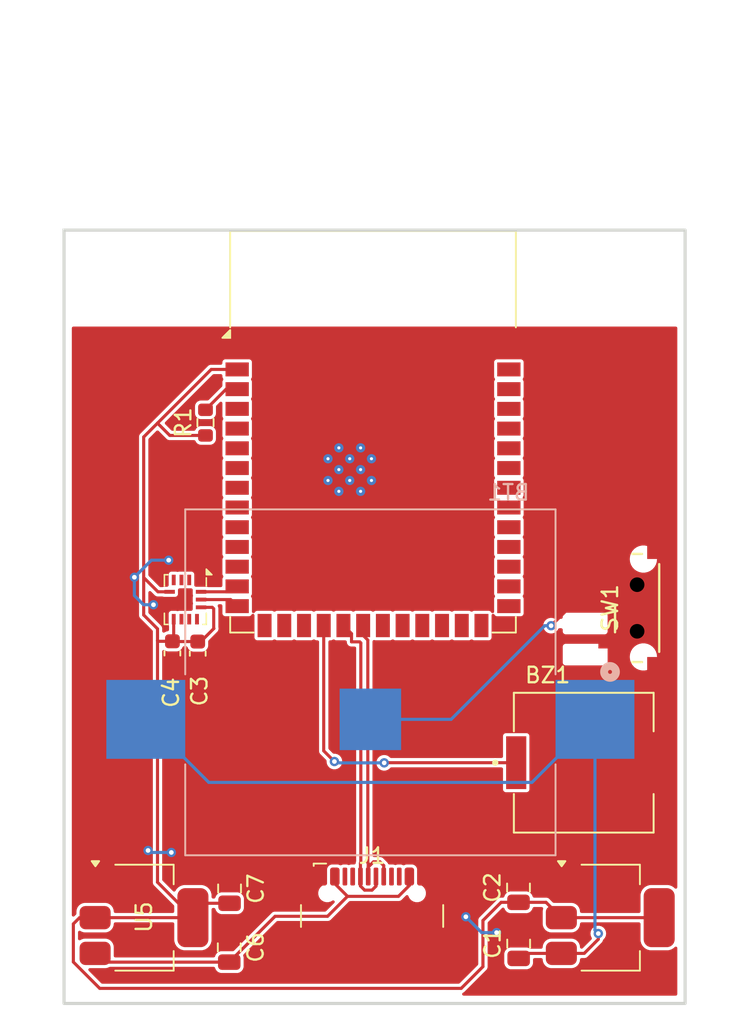
<source format=kicad_pcb>
(kicad_pcb (version 20240108) (generator "pcbnew") (generator_version "8.0")
  (layers (0 "F.Cu" signal) (31 "B.Cu" signal) (34 "B.Paste" user) (35 "F.Paste" user) (36 "B.SilkS" user "B.Silkscreen") (37 "F.SilkS" user "F.Silkscreen") (38 "B.Mask" user) (39 "F.Mask" user) (44 "Edge.Cuts" user))
  (net 0 "")
  (net 1 "Net-(BT1-+)")
  (net 2 "GND")
  (net 3 "/BZR")
  (net 4 "+3V3")
  (net 5 "Net-(U1-EN)")
  (net 6 "Net-(U5-VI)")
  (net 7 "/D-")
  (net 8 "Net-(BT1--)")
  (net 9 "/D+")
  (net 15 "/SCL")
  (net 19 "/SDA")
  (footprint "Uni:SPKR_PKMCS0909E4000-R1" (layer "F.Cu") (at 218.5625 94.3)
    (property "Reference" "BZ1" (at -2.325 -5.635 0) (layer "F.SilkS"))
    (property "Value" "Buzzer")
    (fp_line (start -4.5 -4.5) (end 4.5 -4.5) (stroke (width 0.127)) (layer "F.SilkS"))
    (fp_line (start -4.5 -2.02) (end -4.5 -4.5) (stroke (width 0.127)) (layer "F.SilkS"))
    (fp_line (start -4.5 4.5) (end -4.5 2.02) (stroke (width 0.127)) (layer "F.SilkS"))
    (fp_line (start 4.5 -4.5) (end 4.5 -2.02) (stroke (width 0.127)) (layer "F.SilkS"))
    (fp_line (start 4.5 2.02) (end 4.5 4.5) (stroke (width 0.127)) (layer "F.SilkS"))
    (fp_line (start 4.5 4.5) (end -4.5 4.5) (stroke (width 0.127)) (layer "F.SilkS"))
    (fp_circle (center -5.7 0) (end -5.6 0) (stroke (width 0.2)) (fill none) (layer "F.SilkS"))
    (pad "1" smd rect (at -4.35 0) (size 1.3 3.4) (layers "F.Cu" "F.Paste" "F.Mask") (net 3 "/BZR"))
    (pad "2" smd rect (at 4.35 0) (size 1.3 3.4) (layers "F.Cu" "F.Paste" "F.Mask") (net 2 "GND"))
  )
  (footprint "RF_Module:ESP32-S3-WROOM-1" (layer "F.Cu") (at 204.99 72.97)
    (property "Reference" "U1" (hide yes))
    (property "Value" "ESP32-S3-WROOM-1")
    (fp_line (start -9.2 -12.9) (end -9.2 -6.7) (stroke (width 0.12)) (layer "F.SilkS"))
    (fp_line (start -9.2 -12.9) (end 9.2 -12.9) (stroke (width 0.12)) (layer "F.SilkS"))
    (fp_line (start -9.2 11.95) (end -9.2 12.95) (stroke (width 0.12)) (layer "F.SilkS"))
    (fp_line (start -9.2 12.95) (end -7.7 12.95) (stroke (width 0.12)) (layer "F.SilkS"))
    (fp_line (start 9.2 -12.9) (end 9.2 -6.7) (stroke (width 0.12)) (layer "F.SilkS"))
    (fp_line (start 9.2 12.95) (end 7.7 12.95) (stroke (width 0.12)) (layer "F.SilkS"))
    (fp_line (start 9.2 12.95) (end 9.2 11.95) (stroke (width 0.12)) (layer "F.SilkS"))
    (fp_poly (pts (xy -9.2 -6.025) (xy -9.7 -6.025) (xy -9.2 -6.525) (xy -9.2 -6.025)) (stroke (width 0.12)) (fill solid) (layer "F.SilkS"))
    (pad "1" smd rect (at -8.75 -5.26) (size 1.5 0.9) (layers "F.Cu" "F.Paste" "F.Mask") (net 2 "GND"))
    (pad "2" smd rect (at -8.75 -3.99) (size 1.5 0.9) (layers "F.Cu" "F.Paste" "F.Mask") (net 4 "+3V3"))
    (pad "3" smd rect (at -8.75 -2.72) (size 1.5 0.9) (layers "F.Cu" "F.Paste" "F.Mask") (net 5 "Net-(U1-EN)"))
    (pad "4" smd rect (at -8.75 -1.45) (size 1.5 0.9) (layers "F.Cu" "F.Paste" "F.Mask"))
    (pad "5" smd rect (at -8.75 -0.18) (size 1.5 0.9) (layers "F.Cu" "F.Paste" "F.Mask"))
    (pad "6" smd rect (at -8.75 1.09) (size 1.5 0.9) (layers "F.Cu" "F.Paste" "F.Mask"))
    (pad "7" smd rect (at -8.75 2.36) (size 1.5 0.9) (layers "F.Cu" "F.Paste" "F.Mask"))
    (pad "8" smd rect (at -8.75 3.63) (size 1.5 0.9) (layers "F.Cu" "F.Paste" "F.Mask"))
    (pad "9" smd rect (at -8.75 4.9) (size 1.5 0.9) (layers "F.Cu" "F.Paste" "F.Mask"))
    (pad "10" smd rect (at -8.75 6.17) (size 1.5 0.9) (layers "F.Cu" "F.Paste" "F.Mask"))
    (pad "11" smd rect (at -8.75 7.44) (size 1.5 0.9) (layers "F.Cu" "F.Paste" "F.Mask"))
    (pad "12" smd rect (at -8.75 8.71) (size 1.5 0.9) (layers "F.Cu" "F.Paste" "F.Mask"))
    (pad "13" smd rect (at -8.75 9.98) (size 1.5 0.9) (layers "F.Cu" "F.Paste" "F.Mask") (net 19 "/SDA"))
    (pad "14" smd rect (at -8.75 11.25 180) (size 1.5 0.9) (layers "F.Cu" "F.Paste" "F.Mask") (net 15 "/SCL"))
    (pad "15" smd rect (at -6.985 12.5 270) (size 1.5 0.9) (layers "F.Cu" "F.Paste" "F.Mask"))
    (pad "16" smd rect (at -5.715 12.5 270) (size 1.5 0.9) (layers "F.Cu" "F.Paste" "F.Mask"))
    (pad "17" smd rect (at -4.445 12.5 270) (size 1.5 0.9) (layers "F.Cu" "F.Paste" "F.Mask"))
    (pad "18" smd rect (at -3.175 12.5 270) (size 1.5 0.9) (layers "F.Cu" "F.Paste" "F.Mask") (net 3 "/BZR"))
    (pad "19" smd rect (at -1.905 12.5 270) (size 1.5 0.9) (layers "F.Cu" "F.Paste" "F.Mask") (net 7 "/D-"))
    (pad "20" smd rect (at -0.635 12.5 270) (size 1.5 0.9) (layers "F.Cu" "F.Paste" "F.Mask") (net 9 "/D+"))
    (pad "21" smd rect (at 0.635 12.5 270) (size 1.5 0.9) (layers "F.Cu" "F.Paste" "F.Mask"))
    (pad "22" smd rect (at 1.905 12.5 270) (size 1.5 0.9) (layers "F.Cu" "F.Paste" "F.Mask"))
    (pad "23" smd rect (at 3.175 12.5 270) (size 1.5 0.9) (layers "F.Cu" "F.Paste" "F.Mask"))
    (pad "24" smd rect (at 4.445 12.5 270) (size 1.5 0.9) (layers "F.Cu" "F.Paste" "F.Mask"))
    (pad "25" smd rect (at 5.715 12.5 270) (size 1.5 0.9) (layers "F.Cu" "F.Paste" "F.Mask"))
    (pad "26" smd rect (at 6.985 12.5 270) (size 1.5 0.9) (layers "F.Cu" "F.Paste" "F.Mask"))
    (pad "27" smd rect (at 8.75 11.25) (size 1.5 0.9) (layers "F.Cu" "F.Paste" "F.Mask"))
    (pad "28" smd rect (at 8.75 9.98) (size 1.5 0.9) (layers "F.Cu" "F.Paste" "F.Mask"))
    (pad "29" smd rect (at 8.75 8.71) (size 1.5 0.9) (layers "F.Cu" "F.Paste" "F.Mask"))
    (pad "30" smd rect (at 8.75 7.44) (size 1.5 0.9) (layers "F.Cu" "F.Paste" "F.Mask"))
    (pad "31" smd rect (at 8.75 6.17) (size 1.5 0.9) (layers "F.Cu" "F.Paste" "F.Mask"))
    (pad "32" smd rect (at 8.75 4.9) (size 1.5 0.9) (layers "F.Cu" "F.Paste" "F.Mask"))
    (pad "33" smd rect (at 8.75 3.63) (size 1.5 0.9) (layers "F.Cu" "F.Paste" "F.Mask"))
    (pad "34" smd rect (at 8.75 2.36) (size 1.5 0.9) (layers "F.Cu" "F.Paste" "F.Mask"))
    (pad "35" smd rect (at 8.75 1.09) (size 1.5 0.9) (layers "F.Cu" "F.Paste" "F.Mask"))
    (pad "36" smd rect (at 8.75 -0.18) (size 1.5 0.9) (layers "F.Cu" "F.Paste" "F.Mask"))
    (pad "37" smd rect (at 8.75 -1.45) (size 1.5 0.9) (layers "F.Cu" "F.Paste" "F.Mask"))
    (pad "38" smd rect (at 8.75 -2.72) (size 1.5 0.9) (layers "F.Cu" "F.Paste" "F.Mask"))
    (pad "39" smd rect (at 8.75 -3.99) (size 1.5 0.9) (layers "F.Cu" "F.Paste" "F.Mask"))
    (pad "40" smd rect (at 8.75 -5.26) (size 1.5 0.9) (layers "F.Cu" "F.Paste" "F.Mask") (net 2 "GND"))
    (pad "41" thru_hole circle (at -2.9 1.76 90) (size 0.6 0.6) (drill 0.2) (property pad_prop_heatsink) (layers "*.Cu" "F.Mask") (net 2 "GND"))
    (pad "41" thru_hole circle (at -2.9 3.16) (size 0.6 0.6) (drill 0.2) (property pad_prop_heatsink) (layers "*.Cu" "F.Mask") (net 2 "GND"))
    (pad "41" thru_hole circle (at -2.2 1.06) (size 0.6 0.6) (drill 0.2) (property pad_prop_heatsink) (layers "*.Cu" "F.Mask") (net 2 "GND"))
    (pad "41" thru_hole circle (at -2.2 2.46) (size 0.6 0.6) (drill 0.2) (property pad_prop_heatsink) (layers "*.Cu" "F.Mask") (net 2 "GND"))
    (pad "41" thru_hole circle (at -2.2 3.86) (size 0.6 0.6) (drill 0.2) (property pad_prop_heatsink) (layers "*.Cu" "F.Mask") (net 2 "GND"))
    (pad "41" thru_hole circle (at -1.5 1.76) (size 0.6 0.6) (drill 0.2) (property pad_prop_heatsink) (layers "*.Cu" "F.Mask") (net 2 "GND"))
    (pad "41" smd rect (at -1.5 2.46 270) (size 3.9 3.9) (layers "F.Cu" "F.Mask") (net 2 "GND"))
    (pad "41" thru_hole circle (at -1.5 3.16) (size 0.6 0.6) (drill 0.2) (property pad_prop_heatsink) (layers "*.Cu" "F.Mask") (net 2 "GND"))
    (pad "41" thru_hole circle (at -0.8 1.06) (size 0.6 0.6) (drill 0.2) (property pad_prop_heatsink) (layers "*.Cu" "F.Mask") (net 2 "GND"))
    (pad "41" thru_hole circle (at -0.8 2.46) (size 0.6 0.6) (drill 0.2) (property pad_prop_heatsink) (layers "*.Cu" "F.Mask") (net 2 "GND"))
    (pad "41" thru_hole circle (at -0.8 3.86) (size 0.6 0.6) (drill 0.2) (property pad_prop_heatsink) (layers "*.Cu" "F.Mask") (net 2 "GND"))
    (pad "41" thru_hole circle (at -0.1 1.76) (size 0.6 0.6) (drill 0.2) (property pad_prop_heatsink) (layers "*.Cu" "F.Mask") (net 2 "GND"))
    (pad "41" thru_hole circle (at -0.1 3.16) (size 0.6 0.6) (drill 0.2) (property pad_prop_heatsink) (layers "*.Cu" "F.Mask") (net 2 "GND"))
    (zone (net 0) (net_name "") (layers "F&B.Cu") (connect_pads (clearance 0)) (min_thickness 0.254)
      (keepout (tracks not_allowed) (vias not_allowed) (pads not_allowed) (copperpour not_allowed) (footprints not_allowed))
      (fill (thermal_gap 0.508) (thermal_bridge_width 0.508))
      (polygon (pts (xy 180.99 66.22) (xy 228.99 66.22) (xy 228.99 45.22) (xy 180.99 45.22)))
    )
  )
  (footprint "Resistor_SMD:R_0603_1608Metric" (layer "F.Cu") (at 194.2 72.405 90)
    (property "Reference" "R1" (at 0 -1.43 90) (layer "F.SilkS"))
    (property "Value" "10k")
    (fp_line (start -0.237258 -0.5225) (end 0.237258 -0.5225) (stroke (width 0.12)) (layer "F.SilkS"))
    (fp_line (start -0.237258 0.5225) (end 0.237258 0.5225) (stroke (width 0.12)) (layer "F.SilkS"))
    (pad "1" smd roundrect (at -0.825 0 90) (size 0.8 0.95) (layers "F.Cu" "F.Paste" "F.Mask") (net 4 "+3V3"))
    (pad "2" smd roundrect (at 0.825 0 90) (size 0.8 0.95) (layers "F.Cu" "F.Paste" "F.Mask") (net 5 "Net-(U1-EN)"))
  )
  (footprint "Capacitor_SMD:C_0603_1608Metric" (layer "F.Cu") (at 193.7 87.275 -90)
    (property "Reference" "C3" (at 2.415 -0.11 90) (layer "F.SilkS"))
    (property "Value" "100nF" (hide yes))
    (fp_line (start -0.14058 0.51) (end 0.14058 0.51) (stroke (width 0.12)) (layer "F.SilkS"))
    (fp_line (start -0.14058 -0.51) (end 0.14058 -0.51) (stroke (width 0.12)) (layer "F.SilkS"))
    (pad "1" smd roundrect (at -0.775 0 270) (size 0.9 0.95) (layers "F.Cu" "F.Paste" "F.Mask") (net 4 "+3V3"))
    (pad "2" smd roundrect (at 0.775 0 270) (size 0.9 0.95) (layers "F.Cu" "F.Paste" "F.Mask") (net 2 "GND"))
  )
  (footprint "Package_TO_SOT_SMD:SOT-223-3_TabPin2" (layer "F.Cu") (at 220.27 104.2775)
    (property "Reference" "U3" (hide yes))
    (property "Value" "NCP1117-3.3_SOT223")
    (fp_line (start -1.85 -3.41) (end 1.91 -3.41) (stroke (width 0.12)) (layer "F.SilkS"))
    (fp_line (start -1.85 3.41) (end 1.91 3.41) (stroke (width 0.12)) (layer "F.SilkS"))
    (fp_line (start 1.91 -3.41) (end 1.91 -2.15) (stroke (width 0.12)) (layer "F.SilkS"))
    (fp_line (start 1.91 3.41) (end 1.91 2.15) (stroke (width 0.12)) (layer "F.SilkS"))
    (fp_poly (pts (xy -3.13 -3.31) (xy -3.37 -3.64) (xy -2.89 -3.64) (xy -3.13 -3.31)) (stroke (width 0.12)) (fill solid) (layer "F.SilkS"))
    (pad "1" smd roundrect (at -3.15 -2.3) (size 2 1.5) (layers "F.Cu" "F.Paste" "F.Mask") (net 2 "GND"))
    (pad "2" smd roundrect (at -3.15 0) (size 2 1.5) (layers "F.Cu" "F.Paste" "F.Mask") (net 4 "+3V3"))
    (pad "2" smd roundrect (at 3.15 0) (size 2 3.8) (layers "F.Cu" "F.Paste" "F.Mask") (net 4 "+3V3"))
    (pad "3" smd roundrect (at -3.15 2.3) (size 2 1.5) (layers "F.Cu" "F.Paste" "F.Mask") (net 1 "Net-(BT1-+)"))
  )
  (footprint "Package_TO_SOT_SMD:SOT-223-3_TabPin2" (layer "F.Cu") (at 190.24 104.2775)
    (property "Reference" "U5" (at 0 -0.0375 90) (layer "F.SilkS"))
    (property "Value" "NCP1117-3.3_SOT223")
    (fp_line (start -1.85 -3.41) (end 1.91 -3.41) (stroke (width 0.12)) (layer "F.SilkS"))
    (fp_line (start -1.85 3.41) (end 1.91 3.41) (stroke (width 0.12)) (layer "F.SilkS"))
    (fp_line (start 1.91 -3.41) (end 1.91 -2.15) (stroke (width 0.12)) (layer "F.SilkS"))
    (fp_line (start 1.91 3.41) (end 1.91 2.15) (stroke (width 0.12)) (layer "F.SilkS"))
    (fp_poly (pts (xy -3.13 -3.31) (xy -3.37 -3.64) (xy -2.89 -3.64) (xy -3.13 -3.31)) (stroke (width 0.12)) (fill solid) (layer "F.SilkS"))
    (pad "1" smd roundrect (at -3.15 -2.3) (size 2 1.5) (layers "F.Cu" "F.Paste" "F.Mask") (net 2 "GND"))
    (pad "2" smd roundrect (at -3.15 0) (size 2 1.5) (layers "F.Cu" "F.Paste" "F.Mask") (net 4 "+3V3"))
    (pad "2" smd roundrect (at 3.15 0) (size 2 3.8) (layers "F.Cu" "F.Paste" "F.Mask") (net 4 "+3V3"))
    (pad "3" smd roundrect (at -3.15 2.3) (size 2 1.5) (layers "F.Cu" "F.Paste" "F.Mask") (net 6 "Net-(U5-VI)"))
  )
  (footprint "Capacitor_SMD:C_0603_1608Metric" (layer "F.Cu") (at 192.07 87.26 -90)
    (property "Reference" "C4" (at 2.53 0.09 90) (layer "F.SilkS"))
    (property "Value" "100nF" (hide yes))
    (fp_line (start -0.14058 0.51) (end 0.14058 0.51) (stroke (width 0.12)) (layer "F.SilkS"))
    (fp_line (start -0.14058 -0.51) (end 0.14058 -0.51) (stroke (width 0.12)) (layer "F.SilkS"))
    (pad "1" smd roundrect (at -0.775 0 270) (size 0.9 0.95) (layers "F.Cu" "F.Paste" "F.Mask") (net 4 "+3V3"))
    (pad "2" smd roundrect (at 0.775 0 270) (size 0.9 0.95) (layers "F.Cu" "F.Paste" "F.Mask") (net 2 "GND"))
  )
  (footprint "Package_LGA:Bosch_LGA-14_3x2.5mm_P0.5mm" (layer "F.Cu") (at 192.9025 83.7975 -90)
    (property "Reference" "U2" (hide yes))
    (property "Value" "~")
    (fp_line (start -1.6 1.35) (end -0.88 1.35) (stroke (width 0.1)) (layer "F.SilkS"))
    (fp_line (start -1.6 1.35) (end -1.6 1.13) (stroke (width 0.1)) (layer "F.SilkS"))
    (fp_line (start 1.6 1.35) (end 0.88 1.35) (stroke (width 0.1)) (layer "F.SilkS"))
    (fp_line (start 1.6 1.13) (end 1.6 1.35) (stroke (width 0.1)) (layer "F.SilkS"))
    (fp_line (start -1.4 -1.35) (end -0.88 -1.35) (stroke (width 0.1)) (layer "F.SilkS"))
    (fp_line (start 0.88 -1.35) (end 1.6 -1.35) (stroke (width 0.1)) (layer "F.SilkS"))
    (fp_line (start 1.6 -1.35) (end 1.6 -1.13) (stroke (width 0.1)) (layer "F.SilkS"))
    (fp_poly (pts (xy -1.6 -1.35) (xy -1.96 -1.35) (xy -1.6 -1.71) (xy -1.6 -1.35)) (stroke (width 0.1)) (fill solid) (layer "F.SilkS"))
    (pad "1" smd rect (at -1.2625 -0.75 270) (size 0.675 0.25) (layers "F.Cu" "F.Paste" "F.Mask") (net 2 "GND"))
    (pad "2" smd rect (at -1.2625 -0.25 270) (size 0.675 0.25) (layers "F.Cu" "F.Paste" "F.Mask"))
    (pad "3" smd rect (at -1.2625 0.25 270) (size 0.675 0.25) (layers "F.Cu" "F.Paste" "F.Mask"))
    (pad "4" smd rect (at -1.2625 0.75 270) (size 0.675 0.25) (layers "F.Cu" "F.Paste" "F.Mask"))
    (pad "5" smd rect (at -0.5 1.0125 270) (size 0.25 0.675) (layers "F.Cu" "F.Paste" "F.Mask") (net 4 "+3V3"))
    (pad "6" smd rect (at 0 1.0125 270) (size 0.25 0.675) (layers "F.Cu" "F.Paste" "F.Mask") (net 2 "GND"))
    (pad "7" smd rect (at 0.5 1.0125 270) (size 0.25 0.675) (layers "F.Cu" "F.Paste" "F.Mask") (net 2 "GND"))
    (pad "8" smd rect (at 1.2625 0.75 270) (size 0.675 0.25) (layers "F.Cu" "F.Paste" "F.Mask") (net 4 "+3V3"))
    (pad "9" smd rect (at 1.2625 0.25 270) (size 0.675 0.25) (layers "F.Cu" "F.Paste" "F.Mask"))
    (pad "10" smd rect (at 1.2625 -0.25 270) (size 0.675 0.25) (layers "F.Cu" "F.Paste" "F.Mask"))
    (pad "11" smd rect (at 1.2625 -0.75 270) (size 0.675 0.25) (layers "F.Cu" "F.Paste" "F.Mask"))
    (pad "12" smd rect (at 0.5 -1.0125 270) (size 0.25 0.675) (layers "F.Cu" "F.Paste" "F.Mask") (net 4 "+3V3"))
    (pad "13" smd rect (at 0 -1.0125 270) (size 0.25 0.675) (layers "F.Cu" "F.Paste" "F.Mask") (net 15 "/SCL"))
    (pad "14" smd rect (at -0.5 -1.0125 270) (size 0.25 0.675) (layers "F.Cu" "F.Paste" "F.Mask") (net 19 "/SDA"))
  )
  (footprint "Uni:CUS-12TB_NDC" (layer "F.Cu") (at 222 84.34 90)
    (property "Reference" "SW1" (at 0 -1.7454 90) (layer "F.SilkS"))
    (property "Value" "SW_SPDT")
    (fp_circle (center -4.1148 -1.7454) (end -3.7338 -1.7454) (stroke (width 0.508)) (fill none) (layer "B.SilkS"))
    (fp_line (start -1.561663 -1.4224) (end 0.06166 -1.4224) (stroke (width 0.1524)) (layer "F.SilkS"))
    (fp_line (start 3.4798 -0.306259) (end 3.4798 0.315459) (stroke (width 0.1524)) (layer "F.SilkS"))
    (fp_line (start -3.4798 0.315459) (end -3.4798 -0.306259) (stroke (width 0.1524)) (layer "F.SilkS"))
    (fp_line (start 2.82194 1.422399) (end -2.82194 1.422399) (stroke (width 0.1524)) (layer "F.SilkS"))
    (pad "" np_thru_hole circle (at -1.5 0 90) (size 0.9398 0.9398) (drill 0.9398) (layers))
    (pad "" np_thru_hole circle (at 1.5 0 90) (size 0.9398 0.9398) (drill 0.9398) (layers))
    (pad "1" smd rect (at -2.250003 -1.7454 90) (size 0.7112 1.4986) (layers "F.Cu" "F.Paste" "F.Mask"))
    (pad "2" smd rect (at 0.75 -1.7454 90) (size 0.7112 1.4986) (layers "F.Cu" "F.Paste" "F.Mask") (net 8 "Net-(BT1--)"))
    (pad "3" smd rect (at 2.25 -1.7454 90) (size 0.7112 1.4986) (layers "F.Cu" "F.Paste" "F.Mask") (net 2 "GND"))
    (pad "4" smd rect (at -3.65 -1.045399 90) (size 0.9906 0.8128) (layers "F.Cu" "F.Paste" "F.Mask"))
    (pad "5" smd rect (at 3.65 -1.045399 90) (size 0.9906 0.8128) (layers "F.Cu" "F.Paste" "F.Mask"))
    (pad "6" smd rect (at -3.64998 1.054599 90) (size 0.9906 0.8128) (layers "F.Cu" "F.Paste" "F.Mask"))
    (pad "7" smd rect (at 3.64998 1.054599 90) (size 0.9906 0.8128) (layers "F.Cu" "F.Paste" "F.Mask"))
  )
  (footprint "Capacitor_SMD:C_0805_2012Metric" (layer "F.Cu") (at 214.36 102.34 90)
    (property "Reference" "C2" (at 0 -1.68 90) (layer "F.SilkS"))
    (property "Value" "10uF" (hide yes))
    (fp_line (start -0.261252 -0.735) (end 0.261252 -0.735) (stroke (width 0.12)) (layer "F.SilkS"))
    (fp_line (start -0.261252 0.735) (end 0.261252 0.735) (stroke (width 0.12)) (layer "F.SilkS"))
    (pad "1" smd roundrect (at -0.95 0 90) (size 1 1.45) (layers "F.Cu" "F.Paste" "F.Mask") (net 4 "+3V3"))
    (pad "2" smd roundrect (at 0.95 0 90) (size 1 1.45) (layers "F.Cu" "F.Paste" "F.Mask") (net 2 "GND"))
  )
  (footprint "Capacitor_SMD:C_0805_2012Metric" (layer "F.Cu") (at 195.75 102.4 90)
    (property "Reference" "C7" (at -0.01 1.69 90) (layer "F.SilkS"))
    (property "Value" "10uF" (hide yes))
    (fp_line (start -0.261252 -0.735) (end 0.261252 -0.735) (stroke (width 0.12)) (layer "F.SilkS"))
    (fp_line (start -0.261252 0.735) (end 0.261252 0.735) (stroke (width 0.12)) (layer "F.SilkS"))
    (pad "1" smd roundrect (at -0.95 0 90) (size 1 1.45) (layers "F.Cu" "F.Paste" "F.Mask") (net 4 "+3V3"))
    (pad "2" smd roundrect (at 0.95 0 90) (size 1 1.45) (layers "F.Cu" "F.Paste" "F.Mask") (net 2 "GND"))
  )
  (footprint "Capacitor_SMD:C_0805_2012Metric" (layer "F.Cu") (at 214.37 105.95 90)
    (property "Reference" "C1" (at 0 -1.68 90) (layer "F.SilkS"))
    (property "Value" "10uF" (hide yes))
    (fp_line (start -0.261252 -0.735) (end 0.261252 -0.735) (stroke (width 0.12)) (layer "F.SilkS"))
    (fp_line (start -0.261252 0.735) (end 0.261252 0.735) (stroke (width 0.12)) (layer "F.SilkS"))
    (pad "1" smd roundrect (at -0.95 0 90) (size 1 1.45) (layers "F.Cu" "F.Paste" "F.Mask") (net 1 "Net-(BT1-+)"))
    (pad "2" smd roundrect (at 0.95 0 90) (size 1 1.45) (layers "F.Cu" "F.Paste" "F.Mask") (net 2 "GND"))
  )
  (footprint "Connector_USB:USB_C_Receptacle_GCT_USB4110" (layer "F.Cu") (at 204.93 105.31)
    (property "Reference" "J1" (at 0 -5.015 0) (layer "F.SilkS"))
    (property "Value" "USB_C_Receptacle_USB2.0_14P")
    (fp_line (start -4.58 -0.435) (end -4.58 -1.845) (stroke (width 0.12)) (layer "F.SilkS"))
    (fp_line (start -3.76 -4.515) (end -3.76 -4.365) (stroke (width 0.12)) (layer "F.SilkS"))
    (fp_line (start -2.96 -4.515) (end -3.76 -4.515) (stroke (width 0.12)) (layer "F.SilkS"))
    (fp_line (start 4.58 -0.435) (end 4.58 -1.845) (stroke (width 0.12)) (layer "F.SilkS"))
    (pad "" np_thru_hole circle (at -2.89 -2.605) (size 0.65 0.65) (drill 0.65) (layers "F&B.Cu" "*.Mask"))
    (pad "" np_thru_hole circle (at 2.89 -2.605) (size 0.65 0.65) (drill 0.65) (layers "F&B.Cu" "*.Mask"))
    (pad "A1" smd roundrect (at -3.2 -3.68) (size 0.6 1.15) (layers "F.Cu" "F.Paste" "F.Mask") (net 2 "GND"))
    (pad "A4" smd roundrect (at -2.4 -3.68) (size 0.6 1.15) (layers "F.Cu" "F.Paste" "F.Mask") (net 6 "Net-(U5-VI)"))
    (pad "A5" smd roundrect (at -1.25 -3.68) (size 0.3 1.15) (layers "F.Cu" "F.Paste" "F.Mask"))
    (pad "A6" smd roundrect (at -0.25 -3.68) (size 0.3 1.15) (layers "F.Cu" "F.Paste" "F.Mask") (net 9 "/D+"))
    (pad "A7" smd roundrect (at 0.25 -3.68) (size 0.3 1.15) (layers "F.Cu" "F.Paste" "F.Mask") (net 7 "/D-"))
    (pad "A8" smd roundrect (at 1.25 -3.68) (size 0.3 1.15) (layers "F.Cu" "F.Paste" "F.Mask"))
    (pad "A9" smd roundrect (at 2.4 -3.68) (size 0.6 1.15) (layers "F.Cu" "F.Paste" "F.Mask") (net 6 "Net-(U5-VI)"))
    (pad "A12" smd roundrect (at 3.2 -3.68) (size 0.6 1.15) (layers "F.Cu" "F.Paste" "F.Mask") (net 2 "GND"))
    (pad "B1" smd roundrect (at 3.2 -3.68) (size 0.6 1.15) (layers "F.Cu" "F.Paste" "F.Mask") (net 2 "GND"))
    (pad "B4" smd roundrect (at 2.4 -3.68) (size 0.6 1.15) (layers "F.Cu" "F.Paste" "F.Mask") (net 6 "Net-(U5-VI)"))
    (pad "B5" smd roundrect (at 1.75 -3.68) (size 0.3 1.15) (layers "F.Cu" "F.Paste" "F.Mask"))
    (pad "B6" smd roundrect (at 0.75 -3.68) (size 0.3 1.15) (layers "F.Cu" "F.Paste" "F.Mask") (net 9 "/D+"))
    (pad "B7" smd roundrect (at -0.75 -3.68) (size 0.3 1.15) (layers "F.Cu" "F.Paste" "F.Mask") (net 7 "/D-"))
    (pad "B8" smd roundrect (at -1.75 -3.68) (size 0.3 1.15) (layers "F.Cu" "F.Paste" "F.Mask"))
    (pad "B9" smd roundrect (at -2.4 -3.68) (size 0.6 1.15) (layers "F.Cu" "F.Paste" "F.Mask") (net 6 "Net-(U5-VI)"))
    (pad "B12" smd roundrect (at -3.2 -3.68) (size 0.6 1.15) (layers "F.Cu" "F.Paste" "F.Mask") (net 2 "GND"))
    (pad "S1" smd roundrect (at -5.11 -3.105) (size 2.18 2) (layers "F.Cu" "F.Paste" "F.Mask") (roundrect_rratio 0.125) (net 2 "GND"))
    (pad "S1" smd roundrect (at -5.11 0.825) (size 2.18 2) (layers "F.Cu" "F.Paste" "F.Mask") (roundrect_rratio 0.125) (net 2 "GND"))
    (pad "S1" smd roundrect (at 5.11 -3.105) (size 2.18 2) (layers "F.Cu" "F.Paste" "F.Mask") (roundrect_rratio 0.125) (net 2 "GND"))
    (pad "S1" smd roundrect (at 5.11 0.825) (size 2.18 2) (layers "F.Cu" "F.Paste" "F.Mask") (roundrect_rratio 0.125) (net 2 "GND"))
  )
  (footprint "Capacitor_SMD:C_0805_2012Metric" (layer "F.Cu") (at 195.73 106.19 90)
    (property "Reference" "C6" (at 0 1.7 90) (layer "F.SilkS"))
    (property "Value" "10uF" (hide yes))
    (fp_line (start -0.261252 -0.735) (end 0.261252 -0.735) (stroke (width 0.12)) (layer "F.SilkS"))
    (fp_line (start -0.261252 0.735) (end 0.261252 0.735) (stroke (width 0.12)) (layer "F.SilkS"))
    (pad "1" smd roundrect (at -0.95 0 90) (size 1 1.45) (layers "F.Cu" "F.Paste" "F.Mask") (net 6 "Net-(U5-VI)"))
    (pad "2" smd roundrect (at 0.95 0 90) (size 1 1.45) (layers "F.Cu" "F.Paste" "F.Mask") (net 2 "GND"))
  )
  (footprint "Uni:BAT_3024-2" (layer "B.Cu") (at 204.82 91.51 180)
    (property "Reference" "BT1" (at -8.89 14.605 0) (layer "B.SilkS") (effects (justify mirror)))
    (property "Value" "Battery")
    (fp_line (start 11.925 13.52) (end -11.925 13.52) (stroke (width 0.127)) (layer "B.SilkS"))
    (fp_line (start 11.925 2.9) (end 11.925 13.52) (stroke (width 0.127)) (layer "B.SilkS"))
    (fp_line (start 11.925 -2.9) (end 11.925 -8.75) (stroke (width 0.127)) (layer "B.SilkS"))
    (fp_line (start -11.925 13.52) (end -11.925 2.9) (stroke (width 0.127)) (layer "B.SilkS"))
    (fp_line (start -11.925 -2.9) (end -11.925 -8.75) (stroke (width 0.127)) (layer "B.SilkS"))
    (fp_line (start -11.925 -8.75) (end 11.925 -8.75) (stroke (width 0.127)) (layer "B.SilkS"))
    (pad "1" smd rect (at -14.465 0 180) (size 5.08 5.08) (layers "B.Cu" "B.Paste" "B.Mask") (net 1 "Net-(BT1-+)"))
    (pad "1" smd rect (at 14.465 0 180) (size 5.08 5.08) (layers "B.Cu" "B.Paste" "B.Mask") (net 1 "Net-(BT1-+)"))
    (pad "2" smd rect (at 0 0 180) (size 3.96 3.96) (layers "B.Cu" "B.Mask") (net 8 "Net-(BT1--)"))
  )
  (gr_rect (start 185.09 60.01) (end 225.09 109.8) (stroke (width 0.2)) (fill none) (layer "Edge.Cuts"))
  (segment (start 217.12 106.5775) (end 214.6925 106.5775) (width 0.2) (layer "F.Cu") (net 1))
  (segment (start 219.27 105.9) (end 219.5 105.67) (width 0.2) (layer "F.Cu") (net 1))
  (segment (start 219.5 105.67) (end 219.5 105.3) (width 0.2) (layer "F.Cu") (net 1))
  (segment (start 214.6925 106.5775) (end 214.37 106.9) (width 0.2) (layer "F.Cu") (net 1))
  (segment (start 218.5925 106.5775) (end 219.27 105.9) (width 0.2) (layer "F.Cu") (net 1))
  (segment (start 217.12 106.5775) (end 218.5925 106.5775) (width 0.2) (layer "F.Cu") (net 1))
  (via (at 219.5 105.3) (size 0.6) (drill 0.3) (layers "F.Cu" "B.Cu") (net 1))
  (segment (start 190.355 91.51) (end 194.415 95.57) (width 0.2) (layer "B.Cu") (net 1))
  (segment (start 219.285 105.085) (end 219.285 91.51) (width 0.2) (layer "B.Cu") (net 1))
  (segment (start 219.5 105.3) (end 219.285 105.085) (width 0.2) (layer "B.Cu") (net 1))
  (segment (start 215.225 95.57) (end 219.285 91.51) (width 0.2) (layer "B.Cu") (net 1))
  (segment (start 194.415 95.57) (end 215.225 95.57) (width 0.2) (layer "B.Cu") (net 1))
  (segment (start 192.94 81.26) (end 191.83 81.26) (width 0.2) (layer "F.Cu") (net 2))
  (segment (start 189.1175 99.95) (end 187.09 101.9775) (width 0.2) (layer "F.Cu") (net 2))
  (segment (start 213.19 105) (end 212.95 105.24) (width 0.2) (layer "F.Cu") (net 2))
  (segment (start 193.6525 82.535) (end 193.6525 81.9725) (width 0.2) (layer "F.Cu") (net 2))
  (segment (start 191.89 83.7975) (end 191.1825 83.7975) (width 0.2) (layer "F.Cu") (net 2))
  (segment (start 193.6525 81.9725) (end 192.94 81.26) (width 0.2) (layer "F.Cu") (net 2))
  (segment (start 191.1825 83.7975) (end 190.85 84.13) (width 0.2) (layer "F.Cu") (net 2))
  (segment (start 214.37 105) (end 213.19 105) (width 0.2) (layer "F.Cu") (net 2))
  (segment (start 190.5 99.95) (end 189.1175 99.95) (width 0.2) (layer "F.Cu") (net 2))
  (via (at 212.95 105.24) (size 0.6) (drill 0.3) (layers "F.Cu" "B.Cu") (net 2))
  (via (at 191.83 81.26) (size 0.6) (drill 0.3) (layers "F.Cu" "B.Cu") (net 2))
  (via (at 210.97 104.22) (size 0.6) (drill 0.3) (layers "F.Cu" "B.Cu") (net 2))
  (via (at 190.5 99.95) (size 0.6) (drill 0.3) (layers "F.Cu" "B.Cu") (net 2))
  (via (at 192 100.08) (size 0.6) (drill 0.3) (layers "F.Cu" "B.Cu") (net 2))
  (via (at 190.85 84.13) (size 0.6) (drill 0.3) (layers "F.Cu" "B.Cu") (net 2))
  (via (at 189.62 82.36) (size 0.6) (drill 0.3) (layers "F.Cu" "B.Cu") (net 2))
  (segment (start 189.62 82.36) (end 189.62 83.54) (width 0.2) (layer "B.Cu") (net 2))
  (segment (start 190.63 100.08) (end 192 100.08) (width 0.2) (layer "B.Cu") (net 2))
  (segment (start 190.72 81.26) (end 191.83 81.26) (width 0.2) (layer "B.Cu") (net 2))
  (segment (start 190.5 99.95) (end 190.63 100.08) (width 0.2) (layer "B.Cu") (net 2))
  (segment (start 189.62 82.36) (end 190.72 81.26) (width 0.2) (layer "B.Cu") (net 2))
  (segment (start 190.21 84.13) (end 190.85 84.13) (width 0.2) (layer "B.Cu") (net 2))
  (segment (start 210.97 104.22) (end 211.99 105.24) (width 0.2) (layer "B.Cu") (net 2))
  (segment (start 211.99 105.24) (end 212.95 105.24) (width 0.2) (layer "B.Cu") (net 2))
  (segment (start 189.62 83.54) (end 190.21 84.13) (width 0.2) (layer "B.Cu") (net 2))
  (segment (start 201.815 93.536942) (end 201.815 85.47) (width 0.2) (layer "F.Cu") (net 3))
  (segment (start 202.502984 94.224926) (end 201.815 93.536942) (width 0.2) (layer "F.Cu") (net 3))
  (segment (start 205.72 94.3) (end 205.71 94.31) (width 0.2) (layer "F.Cu") (net 3))
  (segment (start 214.2125 94.3) (end 205.72 94.3) (width 0.2) (layer "F.Cu") (net 3))
  (via (at 205.71 94.31) (size 0.6) (drill 0.3) (layers "F.Cu" "B.Cu") (net 3))
  (via (at 202.502984 94.224926) (size 0.6) (drill 0.3) (layers "F.Cu" "B.Cu") (net 3))
  (segment (start 205.71 94.31) (end 202.62 94.31) (width 0.2) (layer "B.Cu") (net 3))
  (segment (start 202.62 94.31) (end 202.53 94.22) (width 0.2) (layer "B.Cu") (net 3))
  (segment (start 194.73 84.39) (end 194.73 85.65) (width 0.2) (layer "F.Cu") (net 4))
  (segment (start 194.2 73.23) (end 191.9 73.23) (width 0.2) (layer "F.Cu") (net 4))
  (segment (start 191.155 86.485) (end 191.11 86.44) (width 0.2) (layer "F.Cu") (net 4))
  (segment (start 192.1525 85.06) (end 192.1525 86.4025) (width 0.2) (layer "F.Cu") (net 4))
  (segment (start 185.69 104.6775) (end 185.69 107.132094) (width 0.2) (layer "F.Cu") (net 4))
  (segment (start 195.75 103.35) (end 194.3175 103.35) (width 0.2) (layer "F.Cu") (net 4))
  (segment (start 191.11 86.44) (end 191.11 85.68) (width 0.2) (layer "F.Cu") (net 4))
  (segment (start 192.1525 86.4025) (end 192.07 86.485) (width 0.2) (layer "F.Cu") (net 4))
  (segment (start 186.09 104.2775) (end 185.69 104.6775) (width 0.2) (layer "F.Cu") (net 4))
  (segment (start 191.1375 83.2975) (end 190.22 82.38) (width 0.2) (layer "F.Cu") (net 4))
  (segment (start 187.387906 108.83) (end 210.67 108.83) (width 0.2) (layer "F.Cu") (net 4))
  (segment (start 194.3175 103.35) (end 193.39 104.2775) (width 0.2) (layer "F.Cu") (net 4))
  (segment (start 194.57 68.98) (end 196.24 68.98) (width 0.2) (layer "F.Cu") (net 4))
  (segment (start 210.67 108.83) (end 212.07 107.43) (width 0.2) (layer "F.Cu") (net 4))
  (segment (start 193.9 86.5) (end 193.7 86.5) (width 0.2) (layer "F.Cu") (net 4))
  (segment (start 193.39 104.2775) (end 191.11 101.9975) (width 0.2) (layer "F.Cu") (net 4))
  (segment (start 213.24 103.29) (end 214.36 103.29) (width 0.2) (layer "F.Cu") (net 4))
  (segment (start 194.6375 84.2975) (end 194.73 84.39) (width 0.2) (layer "F.Cu") (net 4))
  (segment (start 194.73 85.65) (end 194.74 85.66) (width 0.2) (layer "F.Cu") (net 4))
  (segment (start 193.915 84.2975) (end 194.6375 84.2975) (width 0.2) (layer "F.Cu") (net 4))
  (segment (start 191.89 83.2975) (end 191.1375 83.2975) (width 0.2) (layer "F.Cu") (net 4))
  (segment (start 190.22 84.79) (end 190.22 73.33) (width 0.2) (layer "F.Cu") (net 4))
  (segment (start 191.11 72.44) (end 194.57 68.98) (width 0.2) (layer "F.Cu") (net 4))
  (segment (start 192.07 86.485) (end 191.155 86.485) (width 0.2) (layer "F.Cu") (net 4))
  (segment (start 192.085 86.5) (end 192.07 86.485) (width 0.2) (layer "F.Cu") (net 4))
  (segment (start 187.09 104.2775) (end 186.09 104.2775) (width 0.2) (layer "F.Cu") (net 4))
  (segment (start 214.36 103.29) (end 216.1325 103.29) (width 0.2) (layer "F.Cu") (net 4))
  (segment (start 216.1325 103.29) (end 217.12 104.2775) (width 0.2) (layer "F.Cu") (net 4))
  (segment (start 194.74 85.66) (end 193.9 86.5) (width 0.2) (layer "F.Cu") (net 4))
  (segment (start 217.12 104.2775) (end 223.42 104.2775) (width 0.2) (layer "F.Cu") (net 4))
  (segment (start 193.39 104.2775) (end 187.09 104.2775) (width 0.2) (layer "F.Cu") (net 4))
  (segment (start 190.22 73.33) (end 191.11 72.44) (width 0.2) (layer "F.Cu") (net 4))
  (segment (start 191.11 101.9975) (end 191.11 86.44) (width 0.2) (layer "F.Cu") (net 4))
  (segment (start 185.69 107.132094) (end 187.387906 108.83) (width 0.2) (layer "F.Cu") (net 4))
  (segment (start 212.07 104.46) (end 213.24 103.29) (width 0.2) (layer "F.Cu") (net 4))
  (segment (start 193.7 86.5) (end 192.085 86.5) (width 0.2) (layer "F.Cu") (net 4))
  (segment (start 191.11 85.68) (end 190.22 84.79) (width 0.2) (layer "F.Cu") (net 4))
  (segment (start 212.07 107.43) (end 212.07 104.46) (width 0.2) (layer "F.Cu") (net 4))
  (segment (start 191.9 73.23) (end 191.11 72.44) (width 0.2) (layer "F.Cu") (net 4))
  (segment (start 195.53 70.25) (end 196.24 70.25) (width 0.2) (layer "F.Cu") (net 5))
  (segment (start 194.2 71.58) (end 195.53 70.25) (width 0.2) (layer "F.Cu") (net 5))
  (segment (start 187.6525 107.14) (end 187.09 106.5775) (width 0.2) (layer "F.Cu") (net 6))
  (segment (start 207.33 101.63) (end 207.33 102.204999) (width 0.2) (layer "F.Cu") (net 6))
  (segment (start 195.73 107.14) (end 187.6525 107.14) (width 0.2) (layer "F.Cu") (net 6))
  (segment (start 202.06259 104.19) (end 198.68 104.19) (width 0.2) (layer "F.Cu") (net 6))
  (segment (start 203.34759 102.905) (end 202.53 102.08741) (width 0.2) (layer "F.Cu") (net 6))
  (segment (start 206.629999 102.905) (end 203.34759 102.905) (width 0.2) (layer "F.Cu") (net 6))
  (segment (start 198.68 104.19) (end 195.73 107.14) (width 0.2) (layer "F.Cu") (net 6))
  (segment (start 207.33 102.204999) (end 206.629999 102.905) (width 0.2) (layer "F.Cu") (net 6))
  (segment (start 202.53 102.08741) (end 202.53 101.63) (width 0.2) (layer "F.Cu") (net 6))
  (segment (start 203.34759 102.905) (end 202.06259 104.19) (width 0.2) (layer "F.Cu") (net 6))
  (segment (start 205.18 102.25) (end 205.18 101.63) (width 0.2) (layer "F.Cu") (net 7))
  (segment (start 203.605 85.99) (end 203.605 86.52) (width 0.2) (layer "F.Cu") (net 7))
  (segment (start 204.18 102.23741) (end 204.44759 102.505) (width 0.2) (layer "F.Cu") (net 7))
  (segment (start 203.605 86.52) (end 204.135 86.52) (width 0.2) (layer "F.Cu") (net 7))
  (segment (start 204.135 86.52) (end 204.205 86.59) (width 0.2) (layer "F.Cu") (net 7))
  (segment (start 204.44759 102.505) (end 204.925 102.505) (width 0.2) (layer "F.Cu") (net 7))
  (segment (start 204.18 101.63) (end 204.18 102.23741) (width 0.2) (layer "F.Cu") (net 7))
  (segment (start 204.205 100.742499) (end 204.18 100.767499) (width 0.2) (layer "F.Cu") (net 7))
  (segment (start 204.18 100.767499) (end 204.18 101.63) (width 0.2) (layer "F.Cu") (net 7))
  (segment (start 204.205 86.59) (end 204.205 100.742499) (width 0.2) (layer "F.Cu") (net 7))
  (segment (start 204.925 102.505) (end 205.18 102.25) (width 0.2) (layer "F.Cu") (net 7))
  (segment (start 203.085 85.47) (end 203.605 85.99) (width 0.2) (layer "F.Cu") (net 7))
  (segment (start 216.46 85.48) (end 218.35 83.59) (width 0.2) (layer "F.Cu") (net 8))
  (segment (start 218.35 83.59) (end 220.2546 83.59) (width 0.2) (layer "F.Cu") (net 8))
  (segment (start 220.2546 83.59) (end 220.2546 83.739688) (width 0.2) (layer "F.Cu") (net 8))
  (via (at 216.46 85.48) (size 0.6) (drill 0.3) (layers "F.Cu" "B.Cu") (net 8))
  (segment (start 204.82 91.51) (end 210.02 91.51) (width 0.2) (layer "B.Cu") (net 8))
  (segment (start 210.02 91.51) (end 216.05 85.48) (width 0.2) (layer "B.Cu") (net 8))
  (segment (start 216.05 85.48) (end 216.46 85.48) (width 0.2) (layer "B.Cu") (net 8))
  (segment (start 204.655 100.742499) (end 204.68 100.767499) (width 0.2) (layer "F.Cu") (net 9))
  (segment (start 204.355 86.103603) (end 204.655 86.403603) (width 0.2) (layer "F.Cu") (net 9))
  (segment (start 205.43741 100.68) (end 205.68 100.92259) (width 0.2) (layer "F.Cu") (net 9))
  (segment (start 204.68 100.767499) (end 204.68 101.63) (width 0.2) (layer "F.Cu") (net 9))
  (segment (start 204.68 101.63) (end 204.68 101.02259) (width 0.2) (layer "F.Cu") (net 9))
  (segment (start 205.68 100.92259) (end 205.68 101.63) (width 0.2) (layer "F.Cu") (net 9))
  (segment (start 204.68 101.02259) (end 205.02259 100.68) (width 0.2) (layer "F.Cu") (net 9))
  (segment (start 205.02259 100.68) (end 205.43741 100.68) (width 0.2) (layer "F.Cu") (net 9))
  (segment (start 204.355 85.47) (end 204.355 86.103603) (width 0.2) (layer "F.Cu") (net 9))
  (segment (start 204.655 86.403603) (end 204.655 100.742499) (width 0.2) (layer "F.Cu") (net 9))
  (segment (start 193.915 83.7975) (end 195.8175 83.7975) (width 0.2) (layer "F.Cu") (net 15))
  (segment (start 195.8175 83.7975) (end 196.24 84.22) (width 0.2) (layer "F.Cu") (net 15))
  (segment (start 195.8925 83.2975) (end 196.24 82.95) (width 0.2) (layer "F.Cu") (net 19))
  (segment (start 193.915 83.2975) (end 195.8925 83.2975) (width 0.2) (layer "F.Cu") (net 19))
  (zone (net 2) (net_name "GND") (layer "F.Cu") (connect_pads thru_hole_only (clearance 0.2)) (min_thickness 0.2) (fill yes (thermal_gap 0.2) (thermal_bridge_width 0.2))
    (polygon (pts (xy 185.09 109.8) (xy 225.09 109.8) (xy 225.09 60.01) (xy 185.09 60.01)))
  )
)
</source>
